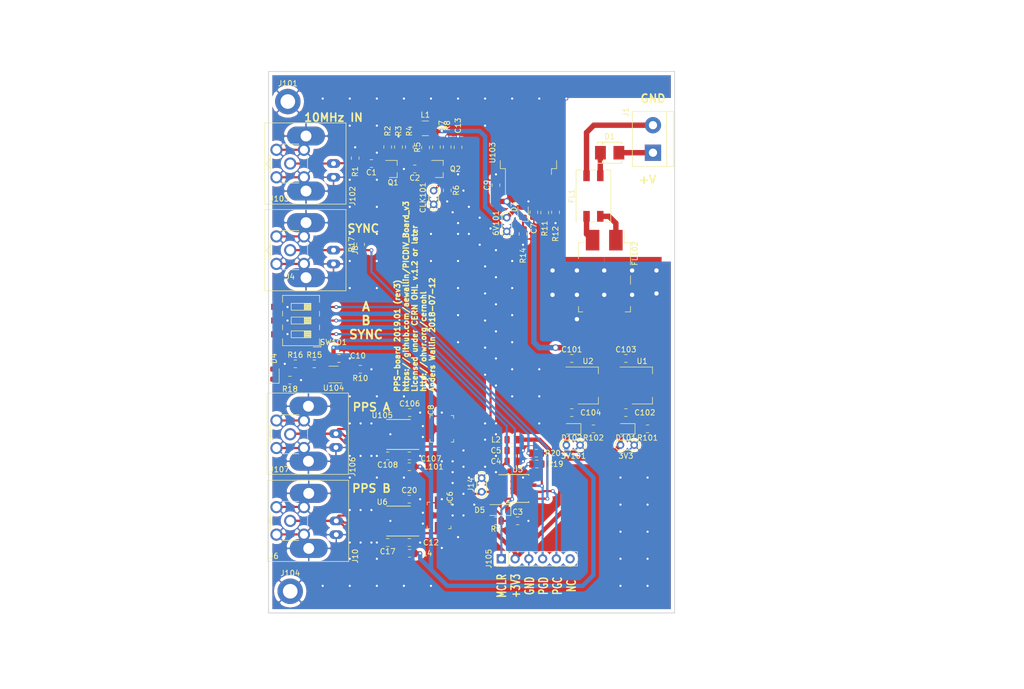
<source format=kicad_pcb>
(kicad_pcb (version 20240108) (generator "pcbnew") (generator_version "8.0")
  (title_block (title "PICDIV 10MHz to 1PPS frequency divider") (rev "2018-07") (company "anders.e.e.wallin \"at\" gmail.com") (comment 1 "2018-09-12 add MCLR diode"))
  (layers (0 "F.Cu" signal) (31 "B.Cu" signal) (34 "B.Paste" user) (35 "F.Paste" user) (36 "B.SilkS" user "B.Silkscreen") (37 "F.SilkS" user "F.Silkscreen") (38 "B.Mask" user) (39 "F.Mask" user) (44 "Edge.Cuts" user))
  (net 0 "")
  (net 1 "Net-(C1-Pad1)")
  (net 2 "Net-(C1-Pad2)")
  (net 3 "Net-(C2-Pad1)")
  (net 4 "Net-(C2-Pad2)")
  (net 5 "MCLR")
  (net 6 "GND")
  (net 7 "Net-(C4-Pad1)")
  (net 8 "+6V")
  (net 9 "PPS")
  (net 10 "Net-(D3-Pad1)")
  (net 11 "Net-(D4-Pad2)")
  (net 12 "Net-(D4-Pad1)")
  (net 13 "PGD")
  (net 14 "PGC")
  (net 15 "Net-(L1-Pad2)")
  (net 16 "CLK")
  (net 17 "Net-(R10-Pad2)")
  (net 18 "Net-(R11-Pad2)")
  (net 19 "Net-(R15-Pad1)")
  (net 20 "Net-(U6-Pad3)")
  (net 21 "Net-(U6-Pad6)")
  (net 22 "Net-(U6-Pad8)")
  (net 23 "Net-(U6-Pad9)")
  (net 24 "Net-(C13-Pad1)")
  (net 25 "Net-(C3-Pad1)")
  (net 26 "3V3_PIC")
  (net 27 "3V3_OUT")
  (net 28 "Net-(D101-Pad1)")
  (net 29 "Net-(D102-Pad1)")
  (net 30 "LDO_IN")
  (net 31 "/U6_3V3")
  (net 32 "Net-(U105-Pad9)")
  (net 33 "Net-(U105-Pad8)")
  (net 34 "Net-(U105-Pad6)")
  (net 35 "Net-(U105-Pad3)")
  (net 36 "Net-(J105-Pad6)")
  (net 37 "/w2")
  (net 38 "/w4")
  (net 39 "/w5")
  (net 40 "/w3")
  (net 41 "/w1")
  (net 42 "/sync")
  (net 43 "/B")
  (net 44 "/A")
  (net 45 "/PPS_B")
  (net 46 "/PPS_A")
  (net 47 "/U105_3V3")
  (footprint "awallinKiCadFootprints:DIODE_DO-214BA" (layer "F.Cu") (at 188 65)
    (property "Reference" "D1")
    (property "Value" "D")
  )
  (footprint "Connectors_Terminal_Blocks:TerminalBlock_bornier-2_P5.08mm" (layer "F.Cu") (at 196 65 90)
    (property "Reference" "J1")
    (property "Value" "DC-Input")
  )
  (footprint "TO_SOT_Packages_SMD:SOT-23" (layer "F.Cu") (at 148 68)
    (property "Reference" "Q1")
    (property "Value" "Q_PNP_BEC")
  )
  (footprint "TO_SOT_Packages_SMD:SOT-23" (layer "F.Cu") (at 156.5 68)
    (property "Reference" "Q2")
    (property "Value" "Q_PNP_BEC")
  )
  (footprint "Diodes_SMD:D_SOD-123" (layer "F.Cu") (at 167.5 131 180)
    (property "Reference" "D5")
    (property "Value" "1N4148")
  )
  (footprint "TestPoint:TestPoint_2Pads_Pitch2.54mm_Drill0.8mm" (layer "F.Cu") (at 164.365 127.635 90)
    (property "Reference" "J14")
    (property "Value" "TEST_1PPS")
  )
  (footprint "TestPoint:TestPoint_2Pads_Pitch2.54mm_Drill0.8mm" (layer "F.Cu") (at 155.5 72 -90)
    (property "Reference" "CLK101")
    (property "Value" "TEST_CLK")
  )
  (footprint "TestPoint:TestPoint_2Pads_Pitch2.54mm_Drill0.8mm" (layer "F.Cu") (at 169 77 -90)
    (property "Reference" "6V101")
    (property "Value" "TEST_6V")
  )
  (footprint "TestPoint:TestPoint_2Pads_Pitch2.54mm_Drill0.8mm" (layer "F.Cu") (at 190 119)
    (property "Reference" "3V3")
    (property "Value" "TEST_3V3")
  )
  (footprint "TestPoint:TestPoint_2Pads_Pitch2.54mm_Drill0.8mm" (layer "F.Cu") (at 180 119)
    (property "Reference" "3V101")
    (property "Value" "TEST_3V3")
  )
  (footprint "Resistor_SMD:R_0805_2012Metric" (layer "F.Cu") (at 178 76 -90)
    (property "Reference" "R12")
    (property "Value" "680R")
  )
  (footprint "Resistor_SMD:R_0805_2012Metric" (layer "F.Cu") (at 172 80 -90)
    (property "Reference" "R14")
    (property "Value" "200R")
  )
  (footprint "Resistor_SMD:R_0805_2012Metric" (layer "F.Cu") (at 133.45 104)
    (property "Reference" "R15")
    (property "Value" "1M")
  )
  (footprint "Resistor_SMD:R_0805_2012Metric" (layer "F.Cu") (at 129.95 104)
    (property "Reference" "R16")
    (property "Value" "523k")
  )
  (footprint "Resistor_SMD:R_0805_2012Metric" (layer "F.Cu") (at 142 81.95 90)
    (property "Reference" "R17")
    (property "Value" "50R")
  )
  (footprint "Resistor_SMD:R_0805_2012Metric" (layer "F.Cu") (at 128.95 107 180)
    (property "Reference" "R18")
    (property "Value" "100R")
  )
  (footprint "Resistor_SMD:R_0805_2012Metric" (layer "F.Cu") (at 174.55 122.5 180)
    (property "Reference" "R19")
    (property "Value" "10k")
  )
  (footprint "Resistor_SMD:R_0805_2012Metric" (layer "F.Cu") (at 174.45 120.5 180)
    (property "Reference" "R20")
    (property "Value" "10k")
  )
  (footprint "Resistor_SMD:R_0805_2012Metric" (layer "F.Cu") (at 195 116 180)
    (property "Reference" "R101")
    (property "Value" "82R")
  )
  (footprint "Resistor_SMD:R_0805_2012Metric" (layer "F.Cu") (at 185 116 180)
    (property "Reference" "R102")
    (property "Value" "82R")
  )
  (footprint "Resistor_SMD:R_0805_2012Metric" (layer "F.Cu") (at 167 133)
    (property "Reference" "R9")
    (property "Value" "3k3")
  )
  (footprint "Resistor_SMD:R_0805_2012Metric" (layer "F.Cu") (at 158 63.95 90)
    (property "Reference" "R8")
    (property "Value" "6k8")
  )
  (footprint "Resistor_SMD:R_0805_2012Metric" (layer "F.Cu") (at 156 63.95 -90)
    (property "Reference" "R7")
    (property "Value" "3k3")
  )
  (footprint "Resistor_SMD:R_0805_2012Metric" (layer "F.Cu") (at 158 71.95 -90)
    (property "Reference" "R6")
    (property "Value" "270R")
  )
  (footprint "Resistor_SMD:R_0805_2012Metric" (layer "F.Cu") (at 154 64.05 -90)
    (property "Reference" "R5")
    (property "Value" "220R")
  )
  (footprint "Resistor_SMD:R_0805_2012Metric" (layer "F.Cu") (at 151 63.95 -90)
    (property "Reference" "R4")
    (property "Value" "220R")
  )
  (footprint "Resistor_SMD:R_0805_2012Metric" (layer "F.Cu") (at 149 63.95 90)
    (property "Reference" "R3")
    (property "Value" "6k8")
  )
  (footprint "Resistor_SMD:R_0805_2012Metric" (layer "F.Cu") (at 147 63.95 -90)
    (property "Reference" "R2")
    (property "Value" "3k3")
  )
  (footprint "Resistor_SMD:R_0805_2012Metric" (layer "F.Cu") (at 141 66 90)
    (property "Reference" "R1")
    (property "Value" "49R9")
  )
  (footprint "Resistor_SMD:R_0805_2012Metric" (layer "F.Cu") (at 176 76.0625 -90)
    (property "Reference" "R11")
    (property "Value" "2k7")
  )
  (footprint "Resistor_SMD:R_0805_2012Metric" (layer "F.Cu") (at 141.95 105 180)
    (property "Reference" "R10")
    (property "Value" "300k")
  )
  (footprint "Package_TO_SOT_SMD:TSOT-23-6" (layer "F.Cu") (at 137.010001 105.989999 180)
    (property "Reference" "U104")
    (property "Value" "LTC6993xS6-1")
  )
  (footprint "Package_TO_SOT_SMD:TO-263-5_TabPin3" (layer "F.Cu") (at 173 65 90)
    (property "Reference" "U103")
    (property "Value" "LT1963AEQ")
  )
  (footprint "Package_SO:TSSOP-16_4.4x5mm_P0.65mm" (layer "F.Cu") (at 149 133 180)
    (property "Reference" "U6")
    (property "Value" "IDT5PB1108")
  )
  (footprint "Package_SO:TSSOP-16_4.4x5mm_P0.65mm" (layer "F.Cu") (at 149 117 180)
    (property "Reference" "U105")
    (property "Value" "IDT5PB1108")
  )
  (footprint "Package_SO:SOIC-8_3.9x4.9mm_P1.27mm" (layer "F.Cu") (at 171 127)
    (property "Reference" "U3")
    (property "Value" "PIC12F675")
  )
  (footprint "MountingHole:MountingHole_2.7mm_M2.5_DIN965_Pad" (layer "F.Cu") (at 128.56 55.55)
    (property "Reference" "J101")
    (property "Value" "MountingHole_M2.5")
  )
  (footprint "MountingHole:MountingHole_2.7mm_M2.5_DIN965_Pad" (layer "F.Cu") (at 129 146)
    (property "Reference" "J104")
    (property "Value" "MountingHole_M2.5")
  )
  (footprint "LED_SMD:LED_0805_2012Metric" (layer "F.Cu") (at 172 76 90)
    (property "Reference" "D3")
    (property "Value" "LED")
  )
  (footprint "LED_SMD:LED_0805_2012Metric" (layer "F.Cu") (at 191 116 180)
    (property "Reference" "D101")
    (property "Value" "LED")
  )
  (footprint "LED_SMD:LED_0805_2012Metric" (layer "F.Cu") (at 126 105.9 90)
    (property "Reference" "D4")
    (property "Value" "PPS_BLINK")
  )
  (footprint "LED_SMD:LED_0805_2012Metric" (layer "F.Cu") (at 181 116 180)
    (property "Reference" "D102")
    (property "Value" "LED")
  )
  (footprint "Inductor_SMD:L_1210_3225Metric" (layer "F.Cu") (at 153.95 60.5 180)
    (property "Reference" "L1")
    (property "Value" "100u (1210)")
  )
  (footprint "Inductor_SMD:L_0805_2012Metric" (layer "F.Cu") (at 170 118)
    (property "Reference" "L2")
    (property "Value" "2u2")
  )
  (footprint "Inductor_SMD:L_0805_2012Metric" (layer "F.Cu") (at 151.05 139)
    (property "Reference" "L4")
    (property "Value" "2u2")
  )
  (footprint "Inductor_SMD:L_0805_2012Metric" (layer "F.Cu") (at 151 123)
    (property "Reference" "L101")
    (property "Value" "2u2")
  )
  (footprint "Connector_PinHeader_2.54mm:PinHeader_1x06_P2.54mm_Vertical" (layer "F.Cu") (at 168 140 90)
    (property "Reference" "J105")
    (property "Value" "Conn_01x06")
  )
  (footprint "Connector_Coaxial:SMA_Molex_73251-2200_Horizontal" (layer "F.Cu") (at 129 67 90)
    (property "Reference" "J103")
    (property "Value" "Conn_Coaxial")
  )
  (footprint "Connector_Coaxial:SMA_Molex_73251-2200_Horizontal" (layer "F.Cu") (at 129 117 90)
    (property "Reference" "J107")
    (property "Value" "PPS_A")
  )
  (footprint "Connector_Coaxial:SMA_Molex_73251-2200_Horizontal" (layer "F.Cu") (at 129 83 90)
    (property "Reference" "J4")
    (property "Value" "SYNC")
  )
  (footprint "Connector_Coaxial:SMA_Molex_73251-2200_Horizontal" (layer "F.Cu") (at 129 133 90)
    (property "Reference" "J6")
    (property "Value" "PPS_B")
  )
  (footprint "Connector_Coaxial:BNC_Amphenol_B6252HB-NPP3G-50_Horizontal" (layer "F.Cu") (at 137.5 133 90)
    (property "Reference" "J10")
    (property "Value" "PPS_B")
  )
  (footprint "Connector_Coaxial:BNC_Amphenol_B6252HB-NPP3G-50_Horizontal" (layer "F.Cu") (at 137 67 90)
    (property "Reference" "J102")
    (property "Value" "Conn_Coaxial")
  )
  (footprint "Connector_Coaxial:BNC_Amphenol_B6252HB-NPP3G-50_Horizontal" (layer "F.Cu") (at 137 83 90)
    (property "Reference" "J8")
    (property "Value" "SYNC")
  )
  (footprint "Capacitor_SMD:C_0805_2012Metric" (layer "F.Cu") (at 152 68 180)
    (property "Reference" "C2")
    (property "Value" "100n")
  )
  (footprint "Capacitor_SMD:C_0805_2012Metric" (layer "F.Cu") (at 147 121 180)
    (property "Reference" "C108")
    (property "Value" "100n")
  )
  (footprint "Capacitor_SMD:C_0805_2012Metric" (layer "F.Cu") (at 151 121)
    (property "Reference" "C107")
    (property "Value" "100n")
  )
  (footprint "Capacitor_SMD:C_0805_2012Metric" (layer "F.Cu") (at 151.0625 113)
    (property "Reference" "C106")
    (property "Value" "100n")
  )
  (footprint "Capacitor_SMD:C_0805_2012Metric" (layer "F.Cu") (at 181 113)
    (property "Reference" "C104")
    (property "Value" "10u")
  )
  (footprint "Capacitor_SMD:C_0805_2012Metric" (layer "F.Cu") (at 191 103)
    (property "Reference" "C103")
    (property "Value" "10u")
  )
  (footprint "Capacitor_SMD:C_0805_2012Metric" (layer "F.Cu") (at 191 113)
    (property "Reference" "C102")
    (property "Value" "10u")
  )
  (footprint "Capacitor_SMD:C_0805_2012Metric" (layer "F.Cu") (at 181 103)
    (property "Reference" "C101")
    (property "Value" "10u")
  )
  (footprint "Capacitor_SMD:C_0805_2012Metric" (layer "F.Cu") (at 151 129)
    (property "Reference" "C20")
    (property "Value" "100n")
  )
  (footprint "Capacitor_SMD:C_0805_2012Metric" (layer "F.Cu") (at 147 137 180)
    (property "Reference" "C17")
    (property "Value" "100n")
  )
  (footprint "Capacitor_SMD:C_0805_2012Metric" (layer "F.Cu") (at 160 64 90)
    (property "Reference" "C13")
    (property "Value" "10n")
  )
  (footprint "Capacitor_SMD:C_0805_2012Metric" (layer "F.Cu") (at 151 137)
    (property "Reference" "C12")
    (property "Value" "100n")
  )
  (footprint "Capacitor_SMD:C_0805_2012Metric" (layer "F.Cu") (at 138 103)
    (property "Reference" "C10")
    (property "Value" "C")
  )
  (footprint "Capacitor_SMD:C_0805_2012Metric" (layer "F.Cu") (at 167 71 90)
    (property "Reference" "C9")
    (property "Value" "10u")
  )
  (footprint "Capacitor_SMD:C_0805_2012Metric" (layer "F.Cu") (at 144 67 180)
    (property "Reference" "C1")
    (property "Value" "10n")
  )
  (footprint "Capacitor_SMD:C_0805_2012Metric" (layer "F.Cu") (at 174 76 90)
    (property "Reference" "C7")
    (property "Value" "10u")
  )
  (footprint "Capacitor_SMD:C_0805_2012Metric" (layer "F.Cu") (at 170 120)
    (property "Reference" "C5")
    (property "Value" "10u")
  )
  (footprint "Capacitor_SMD:C_0805_2012Metric" (layer "F.Cu") (at 170 122)
    (property "Reference" "C4")
    (property "Value" "100n")
  )
  (footprint "Capacitor_SMD:C_0805_2012Metric" (layer "F.Cu") (at 171 133)
    (property "Reference" "C3")
    (property "Value" "C")
  )
  (footprint "Button_Switch_SMD:SW_DIP_SPSTx03_Slide_6.7x9.18mm_W8.61mm_P2.54mm_LowProfile" (layer "F.Cu") (at 131 96 180)
    (property "Reference" "SW101")
    (property "Value" "SW_DIP_x03")
  )
  (footprint "Filter:Filter_Murata_BNX025_ThermalVias" (layer "F.Cu") (at 187 88 -90)
    (property "Reference" "FL102")
    (property "Value" "BNX025")
  )
  (footprint "Connector_Coaxial:BNC_Amphenol_B6252HB-NPP3G-50_Horizontal" (layer "F.Cu") (at 137.44958 116.89968 90)
    (property "Reference" "J106")
    (property "Value" "PPS_A")
  )
  (footprint "Capacitor_SMD:C_Trimmer_Murata_TZB4-A" (layer "F.Cu") (at 156.5 132 -90)
    (property "Reference" "C6")
    (property "Value" "C_Trim")
  )
  (footprint "Capacitor_SMD:C_Trimmer_Murata_TZB4-A" (layer "F.Cu") (at 157 116 90)
    (property "Reference" "C8")
    (property "Value" "C_Trim")
  )
  (footprint "Filter:Filter_Bourns_SRF0905_6.0x9.2mm" (layer "F.Cu") (at 185 73 90)
    (property "Reference" "FL1")
    (property "Value" "Filter_EMI_LL_1423")
  )
  (footprint "Package_TO_SOT_SMD:SOT-223-3_TabPin2" (layer "F.Cu") (at 194 108)
    (property "Reference" "U1")
    (property "Value" "LT1963AxST-3.3")
  )
  (footprint "Package_TO_SOT_SMD:SOT-223-3_TabPin2" (layer "F.Cu") (at 184 108)
    (property "Reference" "U2")
    (property "Value" "LT1963AxST-3.3")
  )
  (gr_line (start 125 150) (end 125 50) (stroke (width 0.15)) (layer "Edge.Cuts"))
  (gr_line (start 125 50) (end 200 50) (stroke (width 0.15)) (layer "Edge.Cuts"))
  (gr_line (start 200 150) (end 125 150) (stroke (width 0.15)) (layer "Edge.Cuts"))
  (gr_line (start 200 50) (end 200 150) (stroke (width 0.15)) (layer "Edge.Cuts"))
  (gr_text "PPS B" (at 144 127 0) (layer "F.SilkS") (effects (font (size 1.5 1.5) (thickness 0.3))))
  (gr_text "10MHz IN" (at 137 58.5 0) (layer "F.SilkS") (effects (font (size 1.5 1.5) (thickness 0.3))))
  (gr_text "SYNC" (at 142.5 79 0) (layer "F.SilkS") (effects (font (size 1.5 1.5) (thickness 0.3))))
  (gr_text "GND" (at 196 55 0) (layer "F.SilkS") (effects (font (size 1.5 1.5) (thickness 0.3))))
  (gr_text "PPS-board 2019.01 (rev3)\nhttps://github.com/aewallin/PICDIV_Board_v3\nLicensed under CERN OHL v.1.2 or later\nhttp://ohwr.org/cernohl\nAnders Wallin 2018-07-12" (at 152 109.3 90) (layer "F.SilkS") (effects (font (size 1 1) (thickness 0.25)) (justify left)))
  (gr_text "+V" (at 195 70 0) (layer "F.SilkS") (effects (font (size 1.5 1.5) (thickness 0.3))))
  (gr_text "MCLR\n+3V3\nGND\nPGD\nPGC\nNC" (at 174.5 145 90) (layer "F.SilkS") (effects (font (size 1.6 1.1) (thickness 0.25))))
  (gr_text "A\nB\nSYNC" (at 143 96 0) (layer "F.SilkS") (effects (font (size 1.6 1.6) (thickness 0.35))))
  (gr_text "PPS A" (at 144 112 0) (layer "F.SilkS") (effects (font (size 1.5 1.5) (thickness 0.3))))
  (segment (start 145 67) (end 146.95 67) (width 0.4) (layer "F.Cu") (net 1))
  (segment (start 147 64.9) (end 149 64.9) (width 0.4) (layer "F.Cu") (net 1))
  (segment (start 147 67.05) (end 147 64.9) (width 0.4) (layer "F.Cu") (net 1))
  (segment (start 146.95 67) (end 147 67.05) (width 0.4) (layer "F.Cu") (net 1))
  (segment (start 141 66.9375) (end 137.0625 66.9375) (width 0.4) (layer "F.Cu") (net 2))
  (segment (start 140.95 67) (end 141 66.95) (width 0.4) (layer "F.Cu") (net 2))
  (segment (start 137.0625 66.9375) (end 137 67) (width 0.4) (layer "F.Cu") (net 2))
  (segment (start 141 66.95) (end 142.95 66.95) (width 0.4) (layer "F.Cu") (net 2))
  (segment (start 137 67) (end 129 67) (width 0.4) (layer "F.Cu") (net 2))
  (segment (start 142.95 66.95) (end 143 67) (width 0.4) (layer "F.Cu") (net 2))
  (segment (start 153 68) (end 154 68) (width 0.4) (layer "F.Cu") (net 3))
  (segment (start 154 65) (end 154 68) (width 0.4) (layer "F.Cu") (net 3))
  (segment (start 153.95 68.95) (end 153 68) (width 0.4) (layer "F.Cu") (net 3))
  (segment (start 155.5 68.95) (end 153.95 68.95) (width 0.4) (layer "F.Cu") (net 3))
  (segment (start 147.5 69.45) (end 147 68.95) (width 0.4) (layer "F.Cu") (net 4))
  (segment (start 151 68) (end 151 69.025) (width 0.4) (layer "F.Cu") (net 4))
  (segment (start 147.5 69.5) (end 147.5 69.45) (width 0.4) (layer "F.Cu") (net 4))
  (segment (start 150.525 69.5) (end 147.5 69.5) (width 0.4) (layer "F.Cu") (net 4))
  (segment (start 151 69.025) (end 150.525 69.5) (width 0.4) (layer "F.Cu") (net 4))
  (segment (start 151 64.9) (end 151 68) (width 0.4) (layer "F.Cu") (net 4))
  (segment (start 169.905 128.905) (end 170 129) (width 0.4) (layer "F.Cu") (net 5))
  (segment (start 135.345 98.5) (end 135.305 98.54) (width 0.4) (layer "F.Cu") (net 5))
  (segment (start 137.5 98.5) (end 135.345 98.5) (width 0.4) (layer "F.Cu") (net 5))
  (segment (start 169.15 129.755) (end 168.3 128.905) (width 0.4) (layer "F.Cu") (net 5))
  (segment (start 169.15 131) (end 169.15 129.755) (width 0.4) (layer "F.Cu") (net 5))
  (segment (start 168.3 128.905) (end 169.905 128.905) (width 0.4) (layer "F.Cu") (net 5))
  (via (at 170 129) (size 0.7) (drill 0.4) (layers "F.Cu" "B.Cu") (net 5))
  (via (at 137.5 98.5) (size 0.7) (drill 0.4) (layers "F.Cu" "B.Cu") (net 5))
  (segment (start 147.5 98.5) (end 137.5 98.5) (width 0.4) (layer "B.Cu") (net 5))
  (segment (start 170 129) (end 170 123.348542) (width 0.4) (layer "B.Cu") (net 5))
  (segment (start 169 122.348542) (end 169 115.5) (width 0.4) (layer "B.Cu") (net 5))
  (segment (start 168 140) (end 168 131) (width 0.4) (layer "B.Cu") (net 5))
  (segment (start 152 98.5) (end 147.5 98.5) (width 0.4) (layer "B.Cu") (net 5))
  (segment (start 168 131) (end 170 129) (width 0.4) (layer "B.Cu") (net 5))
  (segment (start 170 123.348542) (end 169 122.348542) (width 0.4) (layer "B.Cu") (net 5))
  (segment (start 169 115.5) (end 152 98.5) (width 0.4) (layer "B.Cu") (net 5))
  (segment (start 172 125) (end 173.605 125) (width 0.4) (layer "F.Cu") (net 6))
  (segment (start 142.8875 106.08752) (end 142.8875 105) (width 0.4) (layer "F.Cu") (net 6))
  (segment (start 173 70.775) (end 173 61.625) (width 0.4) (layer "F.Cu") (net 6))
  (segment (start 132.04 114.46) (end 126.96 114.46) (width 0.4) (layer "F.Cu") (net 6))
  (segment (start 146.05 132.675) (end 147.175 132.675) (width 0.4) (layer "F.Cu") (net 6))
  (segment (start 149 68) (end 150 68) (width 0.4) (layer "F.Cu") (net 6))
  (segment (start 139.330001 105.989999) (end 139.440012 106.10001) (width 0.4) (layer "F.Cu") (net 6))
  (segment (start 151.95 117.325) (end 153.325 117.325) (width 0.4) (layer "F.Cu") (net 6))
  (segment (start 153.325 117.325) (end 153.5 117.5) (width 0.4) (layer "F.Cu") (net 6))
  (segment (start 146.05 116.675) (end 147.175 116.675) (width 0.4) (layer "F.Cu") (net 6))
  (segment (start 132.04 121.80086) (end 132.2366 121.99746) (width 0.4) (layer "F.Cu") (net 6))
  (segment (start 147.175 116.675) (end 147.5 117) (width 0.4) (layer "F.Cu") (net 6))
  (segment (start 132.04 114.46) (end 132.04 111.99596) (width 0.4) (layer "F.Cu") (net 6))
  (segment (start 139.440012 106.10001) (end 142.89999 106.10001) (width 0.4) (layer "F.Cu") (net 6))
  (segment (start 138.320001 105.989999) (end 139.330001 105.989999) (width 0.4) (layer "F.Cu") (net 6))
  (segment (start 153.375 115.375) (end 153.5 115.5) (width 0.4) (layer "F.Cu") (net 6))
  (segment (start 173.605 125) (end 173.7 125.095) (width 0.4) (layer "F.Cu") (net 6))
  (segment (start 147.175 132.675) (end 147.5 133) (width 0.4) (layer "F.Cu") (net 6))
  (segment (start 131.54 69.54) (end 126.46 69.54) (width 0.4) (layer "F.Cu") (net 6))
  (segment (start 132.08 130.42) (end 127 130.42) (width 0.4) (layer "F.Cu") (net 6))
  (segment (start 172 125) (end 172 125) (width 0.4) (layer "F.Cu") (net 6))
  (segment (start 129.602528 80.46) (end 126.46 80.46) (width 0.4) (layer "F.Cu") (net 6))
  (segment (start 130.142528 135.5) (end 127 135.5) (width 0.4) (layer "F.Cu") (net 6))
  (segment (start 132.04 111.99596) (end 132.2366 111.79936) (width 0.4) (layer "F.Cu") (net 6))
  (segment (start 151.95 115.375) (end 153.375 115.375) (width 0.4) (layer "F.Cu") (net 6))
  (segment (start 142.89999 106.10001) (end 142.8875 106.08752) (width 0.4) (layer "F.Cu") (net 6))
  (segment (start 151.95 131.375) (end 153.375 131.375) (width 0.4) (layer "F.Cu") (net 6))
  (segment (start 130.102528 119.54) (end 126.96 119.54) (width 0.4) (layer "F.Cu") (net 6))
  (segment (start 132.04 119.54) (end 130.102528 119.54) (width 0.4) (layer "F.Cu") (net 6))
  (segment (start 132.08 135.5) (end 130.142528 135.5) (width 0.4) (layer "F.Cu") (net 6))
  (segment (start 129.602528 85.54) (end 126.46 85.54) (width 0.4) (layer "F.Cu") (net 6))
  (segment (start 173 74) (end 173 70.775) (width 0.4) (layer "F.Cu") (net 6))
  (segment (start 153.325 133.325) (end 153.5 133.5) (width 0.4) (layer "F.Cu") (net 6))
  (segment (start 131.54 80.46) (end 129.602528 80.46) (width 0.4) (layer "F.Cu") (net 6))
  (segment (start 151.95 133.325) (end 153.325 133.325) (width 0.4) (layer "F.Cu") (net 6))
  (segment (start 153.375 131.375) (end 153.5 131.5) (width 0.4) (layer "F.Cu") (net 6))
  (segment (start 131.54 85.54) (end 129.602528 85.54) (width 0.4) (layer "F.Cu") (net 6))
  (segment (start 131.54 64.46) (end 126.46 64.46) (width 0.4) (layer "F.Cu") (net 6))
  (segment (start 132.04 119.54) (end 132.04 121.80086) (width 0.4) (layer "F.Cu") (net 6))
  (via (at 142 131) (size 0.7) (drill 0.4) (layers "F.Cu" "B.Cu") (net 6))
  (via (at 144 131) (size 0.7) (drill 0.4) (layers "F.Cu" "B.Cu") (net 6))
  (via (at 144 137) (size 0.7) (drill 0.4) (layers "F.Cu" "B.Cu") (net 6))
  (via (at 142 137) (size 0.7) (drill 0.4) (layers "F.Cu" "B.Cu") (net 6))
  (via (at 140 137) (size 0.7) (drill 0.4) (layers "F.Cu" "B.Cu") (net 6))
  (via (at 144 121) (size 0.7) (drill 0.4) (layers "F.Cu" "B.Cu") (net 6))
  (via (at 142 121) (size 0.7) (drill 0.4) (layers "F.Cu" "B.Cu") (net 6))
  (via (at 140 121) (size 0.7) (drill 0.4) (layers "F.Cu" "B.Cu") (net 6))
  (via (at 140 115) (size 0.7) (drill 0.4) (layers "F.Cu" "B.Cu") (net 6))
  (via (at 142 115) (size 0.7) (drill 0.4) (layers "F.Cu" "B.Cu") (net 6))
  (via (at 144 115) (size 0.7) (drill 0.4) (layers "F.Cu" "B.Cu") (net 6))
  (via (at 161 128) (size 0.7) (drill 0.4) (layers "F.Cu" "B.Cu") (net 6))
  (via (at 159 126) (size 0.7) (drill 0.4) (layers "F.Cu" "B.Cu") (net 6))
  (via (at 159 124) (size 0.7) (drill 0.4) (layers "F.Cu" "B.Cu") (net 6))
  (via (at 159 122) (size 0.7) (drill 0.4) (layers "F.Cu" "B.Cu") (net 6))
  (via (at 159 130) (size 0.7) (drill 0.4) (layers "F.Cu" "B.Cu") (net 6))
  (via (at 159 132) (size 0.7) (drill 0.4) (layers "F.Cu" "B.Cu") (net 6))
  (via (at 161 132) (size 0.7) (drill 0.4) (layers "F.Cu" "B.Cu") (net 6))
  (via (at 163 130) (size 0.7) (drill 0.4) (layers "F.Cu" "B.Cu") (net 6))
  (via (at 162 125) (size 0.7) (drill 0.4) (layers "F.Cu" "B.Cu") (net 6))
  (via (at 161 123) (size 0.7) (drill 0.4) (layers "F.Cu" "B.Cu") (net 6))
  (via (at 161 120) (size 0.7) (drill 0.4) (layers "F.Cu" "B.Cu") (net 6))
  (via (at 160 136) (size 0.7) (drill 0.4) (layers "F.Cu" "B.Cu") (net 6))
  (via (at 157 138) (size 0.7) (drill 0.4) (layers "F.Cu" "B.Cu") (net 6))
  (via (at 157 122) (size 0.7) (drill 0.4) (layers "F.Cu" "B.Cu") (net 6))
  (via (at 165 123) (size 0.7) (drill 0.4) (layers "F.Cu" "B.Cu") (net 6))
  (via (at 165 118) (size 0.7) (drill 0.4) (layers "F.Cu" "B.Cu") (net 6))
  (via (at 165 115) (size 0.7) (drill 0.4) (layers "F.Cu" "B.Cu") (net 6))
  (via (at 167 117) (size 0.7) (drill 0.4) (layers "F.Cu" "B.Cu") (net 6))
  (via (at 167 121) (size 0.7) (drill 0.4) (layers "F.Cu" "B.Cu") (net 6))
  (via (at 167 124) (size 0.7) (drill 0.4) (layers "F.Cu" "B.Cu") (net 6))
  (via (at 173 133) (size 0.7) (drill 0.4) (layers "F.Cu" "B.Cu") (net 6))
  (via (at 150 125) (size 0.7) (drill 0.4) (layers "F.Cu" "B.Cu") (net 6))
  (via (at 175 110) (size 0.7) (drill 0.4) (layers "F.Cu" "B.Cu") (net 6))
  (via (at 190 125) (size 0.7) (drill 0.4) (layers "F.Cu" "B.Cu") (net 6))
  (via (at 167 103) (size 0.7) (drill 0.4) (layers "F.Cu" "B.Cu") (net 6))
  (via (at 135 55) (size 0.7) (drill 0.4) (layers "F.Cu" "B.Cu") (net 6))
  (via (at 157 129) (size 0.7) (drill 0.4) (layers "F.Cu" "B.Cu") (net 6))
  (via (at 178 78) (size 0.7) (drill 0.4) (layers "F.Cu" "B.Cu") (net 6))
  (via (at 170 55) (size 0.7) (drill 0.4) (layers "F.Cu" "B.Cu") (net 6))
  (via (at 167 108) (size 0.7) (drill 0.4) (layers "F.Cu" "B.Cu") (net 6))
  (via (at 161 72) (size 0.7) (drill 0.4) (layers "F.Cu" "B.Cu") (net 6))
  (via (at 170 105) (size 0.7) (drill 0.4) (layers "F.Cu" "B.Cu") (net 6))
  (via (at 195 135) (size 0.7) (drill 0.4) (layers "F.Cu" "B.Cu") (net 6))
  (via (at 149 62) (size 0.7) (drill 0.4) (layers "F.Cu" "B.Cu") (net 6))
  (via (at 131 107) (size 0.7) (drill 0.4) (layers "F.Cu" "B.Cu") (net 6))
  (via (at 170 95) (size 0.7) (drill 0.4) (layers "F.Cu" "B.Cu") (net 6))
  (via (at 160 85) (size 0.7) (drill 0.4) (layers "F.Cu" "B.Cu") (net 6))
  (via (at 172 125) (size 0.7) (drill 0.4) (layers "F.Cu" "B.Cu") (net 6))
  (via (at 140 75) (size 0.7) (drill 0.4) (layers "F.Cu" "B.Cu") (net 6))
  (via (at 145 125) (size 0.7) (drill 0.4) (layers "F.Cu" "B.Cu") (net 6))
  (via (at 164 77) (size 0.7) (drill 0.4) (layers "F.Cu" "B.Cu") (net 6))
  (via (at 167 69) (size 0.7) (drill 0.4) (layers "F.Cu" "B.Cu") (net 6))
  (via (at 160 55) (size 0.7) (drill 0.4) (layers "F.Cu" "B.Cu") (net 6))
  (via (at 128.5 93.5) (size 0.7) (drill 0.4) (layers "F.Cu" "B.Cu") (net 6))
  (via (at 175 105) (size 0.7) (drill 0.4) (layers "F.Cu" "B.Cu") (net 6))
  (via (at 144 105) (size 0.7) (drill 0.4) (layers "F.Cu" "B.Cu") (net 6))
  (via (at 170 90) (size 0.7) (drill 0.4) (layers "F.Cu" "B.Cu") (net 6))
  (via (at 150 55) (size 0.7) (drill 0.4) (layers "F.Cu" "B.Cu") (net 6))
  (via (at 165 101) (size 0.7) (drill 0.4) (layers "F.Cu" "B.Cu") (net 6))
  (via (at 145 75) (size 0.7) (drill 0.4) (layers "F.Cu" "B.Cu") (net 6))
  (via (at 155 85) (size 0.7) (drill 0.4) (layers "F.Cu" "B.Cu") (net 6))
  (via (at 141 64) (size 0.7) (drill 0.4) (layers "F.Cu" "B.Cu") (net 6))
  (via (at 165 96) (size 0.7) (drill 0.4) (layers "F.Cu" "B.Cu") (net 6))
  (via (at 135 145) (size 0.7) (drill 0.4) (layers "F.Cu" "B.Cu") (net 6))
  (via (at 147.5 117) (size 0.7) (drill 0.4) (layers "F.Cu" "B.Cu") (net 6))
  (via (at 140 70) (size 0.7) (drill 0.4) (layers "F.Cu" "B.Cu") (net 6))
  (via (at 195 140) (size 0.7) (drill 0.4) (layers "F.Cu" "B.Cu") (net 6))
  (via (at 128.5 96) (size 0.7) (drill 0.4) (layers "F.Cu" "B.Cu") (net 6))
  (via (at 195 125) (size 0.7) (drill 0.4) (layers "F.Cu" "B.Cu") (net 6))
  (via (at 170 85) (size 0.7) (drill 0.4) (layers "F.Cu" "B.Cu") (net 6))
  (via (at 173 74) (size 0.7) (drill 0.4) (layers "F.Cu" "B.Cu") (net 6))
  (via (at 190 135) (size 0.7) (drill 0.4) (layers "F.Cu" "B.Cu") (net 6))
  (via (at 155 80) (size 0.7) (drill 0.4) (layers "F.Cu" "B.Cu") (net 6))
  (via (at 140 131) (size 0.7) (drill 0.4) (layers "F.Cu" "B.Cu") (net 6))
  (via (at 157 113) (size 0.7) (drill 0.4) (layers "F.Cu" "B.Cu") (net 6))
  (via (at 155 55) (size 0.7) (drill 0.4) (layers "F.Cu" "B.Cu") (net 6))
  (via (at 150 145) (size 0.7) (drill 0.4) (layers "F.Cu" "B.Cu") (net 6))
  (via (at 145 55) (size 0.7) (drill 0.4) (layers "F.Cu" "B.Cu") (net 6))
  (via (at 195 145) (size 0.7) (drill 0.4) (layers "F.Cu" "B.Cu") (net 6))
  (via (at 128 104) (size 0.7) (drill 0.4) (layers "F.Cu" "B.Cu") (net 6))
  (via (at 165 86) (size 0.7) (drill 0.4) (layers "F.Cu" "B.Cu") (net 6))
  (via (at 145 65) (size 0.7) (drill 0.4) (layers "F.Cu" "B.Cu") (net 6))
  (via (at 145 90) (size 0.7) (drill 0.4) (layers "F.Cu" "B.Cu") (net 6))
  (via (at 145 145) (size 0.7) (drill 0.4) (layers "F.Cu" "B.Cu") (net 6))
  (via (at 162 75) (size 0.7) (drill 0.4) (layers "F.Cu" "B.Cu") (net 6))
  (via (at 172 120) (size 0.7) (drill 0.4) (layers "F.Cu" "B.Cu") (net 6))
  (via (at 145 140) (size 0.7) (drill 0.4) (layers "F.Cu" "B.Cu") (net 6))
  (via (at 145 137) (size 0.7) (drill 0.4) (layers "F.Cu" "B.Cu") (net 6))
  (via (at 150 80) (size 0.7) (drill 0.4) (layers "F.Cu" "B.Cu") (net 6))
  (via (at 175 55) (size 0.7) (drill 0.4) (layers "F.Cu" "B.Cu") (net 6))
  (via (at 140 60) (size 0.7) (drill 0.4) (layers "F.Cu" "B.Cu") (net 6))
  (via (at 165 106) (size 0.7) (drill 0.4) (layers "F.Cu" "B.Cu") (net 6))
  (via (at 145 121) (size 0.7) (drill 0.4) (layers "F.Cu" "B.Cu") (net 6))
  (via (at 153.5 117.5) (size 0.7) (drill 0.4) (layers "F.Cu" "B.Cu") (net 6))
  (via (at 172 82) (size 0.7) (drill 0.4) (layers "F.Cu" "B.Cu") (net 6))
  (via (at 145 85) (size 0.7) (drill 0.4) (layers "F.Cu" "B.Cu") (net 6))
  (via (at 140 55) (size 0.7) (drill 0.4) (layers "F.Cu" "B.Cu") (net 6))
  (via (at 140 110) (size 0.7) (drill 0.4) (layers "F.Cu" "B.Cu") (net 6))
  (via (at 172 122) (size 0.7) (drill 0.4) (layers "F.Cu" "B.Cu") (net 6))
  (via (at 160 90) (size 0.7) (drill 0.4) (layers "F.Cu" "B.Cu") (net 6))
  (via (at 153 113) (size 0.7) (drill 0.4) (layers "F.Cu" "B.Cu") (net 6))
  (via (at 140 125) (size 0.7) (drill 0.4) (layers "F.Cu" "B.Cu") (net 6))
  (via (at 190 145) (size 0.7) (drill 0.4) (layers "F.Cu" "B.Cu") (net 6))
  (via (at 160 62) (size 0.7) (drill 0.4) (layers "F.Cu" "B.Cu") (net 6))
  (via (at 155 145) (size 0.7) (drill 0.4) (layers "F.Cu" "B.Cu") (net 6))
  (via (at 140 103) (size 0.7) (drill 0.4) (layers "F.Cu" "B.Cu") (net 6))
  (via (at 190 130) (size 0.7) (drill 0.4) (layers "F.Cu" "B.Cu") (net 6))
  (via (at 153.5 133.5) (size 0.7) (drill 0.4) (layers "F.Cu" "B.Cu") (net 6))
  (via (at 140 85) (size 0.7) (drill 0.4) (layers "F.Cu" "B.Cu") (net 6))
  (via (at 153.5 131.5) (size 0.7) (drill 0.4) (layers "F.Cu" "B.Cu") (net 6))
  (via (at 145 70) (size 0.7) (drill 0.4) (layers "F.Cu" "B.Cu") (net 6))
  (via (at 160 78) (size 0.7) (drill 0.4) (layers "F.Cu" "B.Cu") (net 6))
  (via (at 145 80) (size 0.7) (drill 0.4) (layers "F.Cu" "B.Cu") (net 6))
  (via (at 167 98) (size 0.7) (drill 0.4) (layers "F.Cu" "B.Cu") (net 6))
  (via (at 140 90) (size 0.7) (drill 0.4) (layers "F.Cu" "B.Cu") (net 6))
  (via (at 128.5 98.5) (size 0.7) (drill 0.4) (layers "F.Cu" "B.Cu") (net 6))
  (via (at 145 110) (size 0.7) (drill 0.4) (layers "F.Cu" "B.Cu") (net 6))
  (via (at 167 93) (size 0.7) (drill 0.4) (layers "F.Cu" "B.Cu") (net 6))
  (via (at 159 76) (size 0.7) (drill 0.4) (layers "F.Cu" "B.Cu") (net 6))
  (via (at 167 115) (size 0.7) (drill 0.4) (layers "F.Cu" "B.Cu") (net 6))
  (via (at 160 80) (size 0.7) (drill 0.4) (layers "F.Cu" "B.Cu") (net 6))
  (via (at 167 88) (size 0.7) (drill 0.4) (layers "F.Cu" "B.Cu") (net 6))
  (via (at 170 100) (size 0.7) (drill 0.4) (layers "F.Cu" "B.Cu") (net 6))
  (via (at 150 110) (size 0.7) (drill 0.4) (layers "F.Cu" "B.Cu") (net 6))
  (via (at 167 83) (size 0.7) (drill 0.4) (layers "F.Cu" "B.Cu") (net 6))
  (via (at 158 74) (size 0.7) (drill 0.4) (layers "F.Cu" "B.Cu") (net 6))
  (via (at 162 80) (size 0.7) (drill 0.4) (layers "F.Cu" "B.Cu") (net 6))
  (via (at 166 79) (size 0.7) (drill 0.4) (layers "F.Cu" "B.Cu") (net 6))
  (via (at 164 82) (size 0.7) (drill 0.4) (layers "F.Cu" "B.Cu") (net 6))
  (via (at 153.5 115.5) (size 0.7) (drill 0.4) (layers "F.Cu" "B.Cu") (net 6))
  (via (at 190 140) (size 0.7) (drill 0.4) (layers "F.Cu" "B.Cu") (net 6))
  (via (at 158 62) (size 0.7) (drill 0.4) (layers "F.Cu" "B.Cu") (net 6))
  (via (at 140 80) (size 0.7) (drill 0.4) (layers "F.Cu" "B.Cu") (net 6))
  (via (at 153 121) (size 0.7) (drill 0.4) (layers "F.Cu" "B.Cu") (net 6))
  (via (at 160 69) (size 0.7) (drill 0.4) (layers "F.Cu" "B.Cu") (net 6))
  (via (at 153 137) (size 0.7) (drill 0.4) (layers "F.Cu" "B.Cu") (net 6))
  (via (at 140 145) (size 0.7) (drill 0.4) (layers "F.Cu" "B.Cu") (net 6))
  (via (at 165 55) (size 0.7) (drill 0.4) (layers "F.Cu" "B.Cu") (net 6))
  (via (at 165 91) (size 0.7) (drill 0.4) (layers "F.Cu" "B.Cu") (net 6))
  (via (at 170 110) (size 0.7) (drill 0.4) (layers "F.Cu" "B.Cu") (net 6))
  (via (at 195 130) (size 0.7) (drill 0.4) (layers "F.Cu" "B.Cu") (net 6))
  (via (at 165 60) (size 0.7) (drill 0.4) (layers "F.Cu" "B.Cu") (net 6))
  (via (at 140 140) (size 0.7) (drill 0.4) (layers "F.Cu" "B.Cu") (net 6))
  (via (at 160 100) (size 0.7) (drill 0.4) (layers "F.Cu" "B.Cu") (net 6))
  (via (at 175 115) (size 0.7) (drill 0.4) (layers "F.Cu" "B.Cu") (net 6))
  (via (at 160 95) (size 0.7) (drill 0.4) (layers "F.Cu" "B.Cu") (net 6))
  (via (at 153 129) (size 0.7) (drill 0.4) (layers "F.Cu" "B.Cu") (net 6))
  (via (at 180 55) (size 0.7) (drill 0.4) (layers "F.Cu" "B.Cu") (net 6))
  (via (at 145 60) (size 0.7) (drill 0.4) (layers "F.Cu" "B.Cu") (net 6))
  (via (at 147.5 133) (size 0.7) (drill 0.4) (layers "F.Cu" "B.Cu") (net 6))
  (via (at 150 68) (size 0.7) (drill 0.4) (layers "F.Cu" "B.Cu") (net 6))
  (segment (start 169 122) (end 169 120) (width 0.4) (layer "F.Cu") (net 7))
  (segment (start 169.0625 120) (end 169.0625 118) (width 0.4) (layer "F.Cu") (net 7))
  (segment (start 168.3 125.095) (end 168.3 122.7) (width 0.4) (layer "F.Cu") (net 7))
  (segment (start 168.3 122.7) (end 169 122) (width 0.4) (layer "F.Cu") (net 7))
  (segment (start 174.7 73.825) (end 174.7 70.775) (width 0.8) (layer "F.Cu") (net 8))
  (segment (start 156 63) (end 156 61.1) (width 0.8) (layer "F.Cu") (net 8))
  (segment (start 157 61) (end 155.9 61) (width 0.8) (layer "F.Cu") (net 8))
  (segment (start 174.7 74.3625) (end 174 75.0625) (width 0.8) (layer "F.Cu") (net 8))
  (segment (start 172 75.0625) (end 170.9375 75.0625) (width 0.8) (layer "F.Cu") (net 8))
  (segment (start 147 60.5) (end 147 63) (width 0.8) (layer "F.Cu") (net 8))
  (segment (start 155.4 60.5) (end 155.4 59.7) (width 0.8) (layer "F.Cu") (net 8))
  (segment (start 153.7 58) (end 149.5 58) (width 0.8) (layer "F.Cu") (net 8))
  (segment (start 172 75.0625) (end 174 75.0625) (width 0.8) (layer "F.Cu") (net 8))
  (segment (start 176 75.125) (end 174.7 73.825) (width 0.8) (layer "F.Cu") (net 8))
  (segment (start 147 63) (end 147 62.25) (width 0.8) (layer "F.Cu") (net 8))
  (segment (start 170.9375 75.0625) (end 169 77) (width 0.8) (layer "F.Cu") (net 8))
  (segment (start 155.4 59.7) (end 153.7 58) (width 0.8) (layer "F.Cu") (net 8))
  (segment (start 149.5 58) (end 147 60.5) (width 0.8) (layer "F.Cu") (net 8))
  (segment (start 155.9 61) (end 155.4 60.5) (width 0.8) (layer "F.Cu") (net 8))
  (segment (start 174.7 70.775) (end 174.7 74.3625) (width 0.8) (layer "F.Cu") (net 8))
  (segment (start 156 61.1) (end 155.4 60.5) (width 0.8) (layer "F.Cu") (net 8))
  (via (at 157 61) (size 0.7) (drill 0.4) (layers "F.Cu" "B.Cu") (net 8))
  (segment (start 164.5 61.5) (end 164 61) (width 0.8) (layer "B.Cu") (net 8))
  (segment (start 165 70.5) (end 165 70) (width 0.8) (layer "B.Cu") (net 8))
  (segment (start 167 77) (end 169 77) (width 0.8) (layer "B.Cu") (net 8))
  (segment (start 165 75) (end 167 77) (width 0.8) (layer "B.Cu") (net 8))
  (segment (start 165 62) (end 164.5 61.5) (width 0.8) (layer "B.Cu") (net 8))
  (segment (start 165 70) (end 165 75) (width 0.8) (layer "B.Cu") (net 8))
  (segment (start 165 70) (end 165 62) (width 0.8) (layer "B.Cu") (net 8))
  (segment (start 164 61) (end 157 61) (width 0.8) (layer "B.Cu") (net 8))
  (segment (start 158.65 135.35) (end 157 135.35) (width 0.4) (layer "F.Cu") (net 9))
  (segment (start 160 130.8) (end 160 134) (width 0.4) (layer "F.Cu") (net 9))
  (segment (start 160 134) (end 158.65 135.35) (width 0.4) (layer "F.Cu") (net 9))
  (segment (start 151.95 135.275) (end 156.925 135.275) (width 0.4) (layer "F.Cu") (net 9))
  (segment (start 160 125) (end 160 121) (width 0.4) (layer "F.Cu") (net 9))
  (segment (start 151.95 119.275) (end 156.925 119.275) (width 0.4) (layer "F.Cu") (net 9))
  (segment (start 162 128) (end 162 127) (width 0.4) (layer "F.Cu") (net 9))
  (segment (start 154 107) (end 138.62 107) (width 0.4) (layer "F.Cu") (net 9))
  (segment (start 162 128.8) (end 160 130.8) (width 0.4) (layer "F.Cu") (net 9))
  (segment (start 162 128) (end 162 128.8) (width 0.4) (layer "F.Cu") (net 9))
  (segment (start 160 121) (end 160 113) (width 0.4) (layer "F.Cu") (net 9))
  (segment (start 168.3 127.635) (end 164.365 127.635) (width 0.4) (layer "F.Cu") (net 9))
  (segment (start 162 127) (end 160 125) (width 0.4) (layer "F.Cu") (net 9))
  (segment (start 160 113) (end 154 107) (width 0.4) (layer "F.Cu") (net 9))
  (segment (start 160 121) (end 158.35 119.35) (width 0.4) (layer "F.Cu") (net 9))
  (segment (start 164 128) (end 162 128) (width 0.4) (layer "F.Cu") (net 9))
  (segment (start 164.365 127.635) (end 164 128) (width 0.4) (layer "F.Cu") (net 9))
  (segment (start 156.925 135.275) (end 157 135.35) (width 0.4) (layer "F.Cu") (net 9))
  (segment (start 158.35 119.35) (end 157 119.35) (width 0.4) (layer "F.Cu") (net 9))
  (segment (start 156.925 119.275) (end 157 119.35) (width 0.4) (layer "F.Cu") (net 9))
  (segment (start 172 79.0625) (end 172 76.9375) (width 0.4) (layer "F.Cu") (net 10))
  (segment (start 127.7 105.5) (end 127 104.8) (width 0.4) (layer "F.Cu") (net 11))
  (segment (start 127 104.8) (end 126 104.8) (width 0.4) (layer "F.Cu") (net 11))
  (segment (start 132.110002 107) (end 130.610002 105.5) (width 0.4) (layer "F.Cu") (net 11))
  (segment (start 136 107) (end 132.110002 107) (width 0.4) (layer "F.Cu") (net 11))
  (segment (start 130.610002 105.5) (end 127.7 105.5) (width 0.4) (layer "F.Cu") (net 11))
  (segment (start 126 107) (end 128 107) (width 0.4) (layer "F.Cu") (net 12))
  (segment (start 175.469669 122.530331) (end 175.5 122.5) (width 0.4) (layer "F.Cu") (net 13))
  (segment (start 175.469669 126.530331) (end 173.865331 126.530331) (width 0.4) (layer "F.Cu") (net 13))
  (segment (start 175.469669 126.530331) (end 175.469669 122.530331) (width 0.4) (layer "F.Cu") (net 13))
  (segment (start 173.865331 126.530331) (end 173.7 126.365) (width 0.4) (layer "F.Cu") (net 13))
  (via (at 175.469669 126.530331) (size 0.7) (drill 0.4) (layers "F.Cu" "B.Cu") (net 13))
  (segment (start 175.62 129.5) (end 175.62 129.12) (width 0.4) (layer "B.Cu") (net 13))
  (segment (start 175.62 140) (end 175.62 129.5) (width 0.4) (layer "B.Cu") (net 13))
  (segment (start 175.62 126.680662) (end 175.469669 126.530331) (width 0.4) (layer "B.Cu") (net 13))
  (segment (start 175.62 129.5) (end 175.62 126.680662) (width 0.4) (layer "B.Cu") (net 13))
  (segment (start 175.469669 126.530331) (end 174.530331 126.530331) (width 0.4) (layer "B.Cu") (net 13))
  (segment (start 175.7 127.635) (end 174.135 127.635) (width 0.4) (layer "F.Cu") (net 14))
  (segment (start 175.7 127.635) (end 173.135 127.635) (width 0.4) (layer "F.Cu") (net 14))
  (segment (start 176.5 127.5) (end 175.835 127.5) (width 0.4) (layer "F.Cu") (net 14))
  (segment (start 176.5 120.85) (end 176.15 120.5) (width 0.4) (layer "F.Cu") (net 14))
  (segment (start 177.5 127.5) (end 176.5 127.5) (width 0.4) (layer "F.Cu") (net 14))
  (segment (start 176.5 127.5) (end 176.5 120.85) (width 0.4) (layer "F.Cu") (net 14))
  (segment (start 175.835 127.5) (end 175.7 127.635) (width 0.4) (layer "F.Cu") (net 14))
  (segment (start 176.15 120.5) (end 175.4 120.5) (width 0.4) (layer "F.Cu") (net 14))
  (via (at 177.5 127.5) (size 0.7) (drill 0.4) (layers "F.Cu" "B.Cu") (net 14))
  (segment (start 178.16 128.16) (end 177.5 127.5) (width 0.4) (layer "B.Cu") (net 14))
  (segment (start 178.16 140) (end 178.16 128.16) (width 0.4) (layer "B.Cu") (net 14))
  (segment (start 151 63) (end 151 62) (width 0.4) (layer "F.Cu") (net 15))
  (segment (start 151 62) (end 152.5 60.5) (width 0.4) (layer "F.Cu") (net 15))
  (segment (start 154 62) (end 152.5 60.5) (width 0.4) (layer "F.Cu") (net 15))
  (segment (start 154 63.1) (end 154 62) (width 0.4) (layer "F.Cu") (net 15))
  (segment (start 168.3 126.365) (end 167.025 126.365) (width 0.4) (layer "F.Cu") (net 16))
  (segment (start 159.5 71) (end 159.4875 71.0125) (width 0.4) (layer "F.Cu") (net 16))
  (segment (start 167.025 126.365) (end 166 125.34) (width 0.4) (layer "F.Cu") (net 16))
  (segment (start 159.4875 71.0125) (end 158 71.0125) (width 0.4) (layer "F.Cu") (net 16))
  (segment (start 160 71.5) (end 159.5 71) (width 0.4) (layer "F.Cu") (net 16))
  (segment (start 156.5125 71.0125) (end 158 71.0125) (width 0.4) (layer "F.Cu") (net 16))
  (segment (start 158 68.5) (end 157.5 68) (width 0.4) (layer "F.Cu") (net 16))
  (segment (start 160 75.5) (end 160 71.5) (width 0.4) (layer "F.Cu") (net 16))
  (segment (start 166 83.5) (end 166 81.5) (width 0.4) (layer "F.Cu") (net 16))
  (segment (start 155.5 72) (end 156.5 71) (width 0.4) (layer "F.Cu") (net 16))
  (segment (start 166 125.34) (end 166 83.5) (width 0.4) (layer "F.Cu") (net 16))
  (segment (start 158 71) (end 158 68.5) (width 0.4) (layer "F.Cu") (net 16))
  (segment (start 156.5 71) (end 156.5125 71.0125) (width 0.4) (layer "F.Cu") (net 16))
  (segment (start 166 81.5) (end 160 75.5) (width 0.4) (layer "F.Cu") (net 16))
  (segment (start 138.320001 105.039999) (end 140.972501 105.039999) (width 0.4) (layer "F.Cu") (net 17))
  (segment (start 140.972501 105.039999) (end 141.0125 105) (width 0.4) (layer "F.Cu") (net 17))
  (segment (start 140.9 105.1) (end 141 105) (width 0.4) (layer "F.Cu") (net 17))
  (segment (start 138.62 105.1) (end 140.9 105.1) (width 0.4) (layer "F.Cu") (net 17))
  (segment (start 176.4 73.475) (end 176.4 70.775) (width 0.4) (layer "F.Cu") (net 18))
  (segment (start 176.0625 77) (end 178 75.0625) (width 0.4) (layer "F.Cu") (net 18))
  (segment (start 178 75.0625) (end 177 74.0625) (width 0.4) (layer "F.Cu") (net 18))
  (segment (start 176 77) (end 176.0625 77) (width 0.4) (layer "F.Cu") (net 18))
  (segment (start 177 74.0625) (end 176.9875 74.0625) (width 0.4) (layer "F.Cu") (net 18))
  (segment (start 176.9875 74.0625) (end 176.4 73.475) (width 0.4) (layer "F.Cu") (net 18))
  (segment (start 136 105.1) (end 134.9 105.1) (width 0.4) (layer "F.Cu") (net 19))
  (segment (start 132.5 104) (end 130.9 104) (width 0.4) (layer "F.Cu") (net 19))
  (segment (start 132.5 105.5) (end 132.5 104) (width 0.4) (layer "F.Cu") (net 19))
  (segment (start 134.9 105.1) (end 134.5 105.5) (width 0.4) (layer "F.Cu") (net 19))
  (segment (start 134.5 105.5) (end 132.5 105.5) (width 0.4) (layer "F.Cu") (net 19))
  (segment (start 155.5 67.05) (end 155.5 66.25) (width 0.4) (layer "F.Cu") (net 24))
  (segment (start 158 64.9) (end 159.9 64.9) (width 0.4) (layer "F.Cu") (net 24))
  (segment (start 155.5 66.25) (end 156 65.75) (width 0.4) (layer "F.Cu") (net 24))
  (segment (start 159.9 64.9) (end 160 65) (width 0.4) (layer "F.Cu") (net 24))
  (segment (start 156 64.9) (end 158 64.9) (width 0.4) (layer "F.Cu") (net 24))
  (segment (start 156 65.75) (end 156 64.9) (width 0.4) (layer "F.Cu") (net 24))
  (segment (start 167.95 131.95) (end 167.95 133) (width 0.4) (layer "F.Cu") (net 25))
  (segment (start 167 131) (end 167.95 131.95) (width 0.4) (layer "F.Cu") (net 25))
  (segment (start 168.3 132.65) (end 167.95 133) (width 0.4) (layer "F.Cu") (net 25))
  (segment (start 167.95 133) (end 167.95 132.7) (width 0.4) (layer "F.Cu") (net 25))
  (segment (start 165.85 131) (end 167 131) (width 0.4) (layer "F.Cu") (net 25))
  (segment (start 167.95 133) (end 170 133) (width 0.4) (layer "F.Cu") (net 25))
  (segment (start 175 118) (end 178.5 121.5) (width 0.8) (layer "F.Cu") (net 26))
  (segment (start 166.0625 133) (end 166.0625 134.320419) (width 0.8) (layer "F.Cu") (net 26))
  (segment (start 170.9375 118) (end 175 118) (width 0.8) (layer "F.Cu") (net 26))
  (segment (start 190.0625 111.0875) (end 190.85 110.3) (width 0.8) (layer "F.Cu") (net 26))
  (segment (start 187.5 121.5) (end 190 119) (width 0.8) (layer "F.Cu") (net 26))
  (segment (start 170.54 140) (end 180 130.54) (width 0.8) (layer "F.Cu") (net 26))
  (segment (start 180 130.54) (end 180 121.5) (width 0.8) (layer "F.Cu") (net 26))
  (segment (start 180 121.5) (end 187.5 121.5) (width 0.8) (layer "F.Cu") (net 26))
  (segment (start 190.0625 116) (end 190.0625 113) (width 0.8) (layer "F.Cu") (net 26))
  (segment (start 190 119) (end 190 116.0625) (width 0.8) (layer "F.Cu") (net 26))
  (segment (start 178.5 121.5) (end 180 121.5) (width 0.8) (layer "F.Cu") (net 26))
  (segment (start 190.0625 113) (end 190.0625 111.0875) (width 0.8) (layer "F.Cu") (net 26))
  (segment (start 166.0625 134.320419) (end 170.54 138.797919) (width 0.8) (layer "F.Cu") (net 26))
  (segment (start 170.54 138.797919) (end 170.54 140) (width 0.8) (layer "F.Cu") (net 26))
  (segment (start 190 116.0625) (end 190.0625 116) (width 0.8) (layer "F.Cu") (net 26))
  (segment (start 135.700001 105.989999) (end 136.710001 105.989999) (width 0.4) (layer "F.Cu") (net 27))
  (segment (start 134.3875 104) (end 135 104) (width 0.8) (layer "F.Cu") (net 27))
  (segment (start 180.0625 116) (end 180.0625 113) (width 0.8) (layer "F.Cu") (net 27))
  (segment (start 180 116.0625) (end 180.0625 116) (width 0.8) (layer "F.Cu") (net 27))
  (segment (start 180 119) (end 180 116.0625) (width 0.8) (layer "F.Cu") (net 27))
  (segment (start 136 103) (end 137.0625 103) (width 0.8) (layer "F.Cu") (net 27))
  (segment (start 180.0625 113) (end 180.0625 111.0875) (width 0.8) (layer "F.Cu") (net 27))
  (segment (start 153 123) (end 151.9375 123) (width 0.8) (layer "F.Cu") (net 27))
  (segment (start 137 102.9375) (end 137.0625 103) (width 0.8) (layer "F.Cu") (net 27))
  (segment (start 180.0625 111.0875) (end 180.85 110.3) (width 0.8) (layer "F.Cu") (net 27))
  (segment (start 137.0625 105.6375) (end 137.0625 103.8) (width 0.4) (layer "F.Cu") (net 27))
  (segment (start 135 104) (end 136 103) (width 0.8) (layer "F.Cu") (net 27))
  (segment (start 153 139) (end 151.9875 139) (width 0.8) (layer "F.Cu") (net 27))
  (segment (start 136.710001 105.989999) (end 137.0625 105.6375) (width 0.4) (layer "F.Cu") (net 27))
  (segment (start 137.0625 103.8) (end 137.0625 103) (width 0.4) (layer "F.Cu") (net 27))
  (segment (start 137 101) (end 137 102.9375) (width 0.8) (layer "F.Cu") (net 27))
  (via (at 137 101) (size 0.7) (drill 0.4) (layers "F.Cu" "B.Cu") (net 27))
  (via (at 153 123) (size 0.7) (drill 0.4) (layers "F.Cu" "B.Cu") (net 27))
  (via (at 153 139) (size 0.7) (drill 0.4) (layers "F.Cu" "B.Cu") (net 27))
  (segment (start 181.950001 121.950001) (end 185 125) (width 0.8) (layer "B.Cu") (net 27))
  (segment (start 180 120) (end 181.950001 121.950001) (width 0.8) (layer "B.Cu") (net 27))
  (segment (start 155 125) (end 153 123) (width 0.8) (layer "B.Cu") (net 27))
  (segment (start 158 145) (end 155 142) (width 0.8) (layer "B.Cu") (net 27))
  (segment (start 155 142) (end 155 125) (width 0.8) (layer "B.Cu") (net 27))
  (segment (start 185 125) (end 185 143) (width 0.8) (layer "B.Cu") (net 27))
  (segment (start 155 142) (end 153 140) (width 0.8) (layer "B.Cu") (net 27))
  (segment (start 155 107) (end 149 101) (width 0.8) (layer "B.Cu") (net 27))
  (segment (start 183 145) (end 158 145) (width 0.8) (layer "B.Cu") (net 27))
  (segment (start 155 125) (end 155 107) (width 0.8) (layer "B.Cu") (net 27))
  (segment (start 180 119) (end 180 120) (width 0.8) (layer "B.Cu") (net 27))
  (segment (start 185 143) (end 183 145) (width 0.8) (layer "B.Cu") (net 27))
  (segment (start 153 140) (end 153 139) (width 0.8) (layer "B.Cu") (net 27))
  (segment (start 149 101) (end 137 101) (width 0.8) (layer "B.Cu") (net 27))
  (segment (start 191.9375 116) (end 194.0625 116) (width 0.4) (layer "F.Cu") (net 28))
  (segment (start 181.9375 116) (end 184.0625 116) (width 0.4) (layer "F.Cu") (net 29))
  (segment (start 190.0625 104.9375) (end 190.0625 103) (width 1) (layer "F.Cu") (net 30))
  (segment (start 180.0625 104.9375) (end 180.0625 103) (width 1) (layer "F.Cu") (net 30))
  (segment (start 180.85 105.7) (end 180.7 105.7) (width 1) (layer "F.Cu") (net 30))
  (segment (start 169 74) (end 170 74) (width 1) (layer "F.Cu") (net 30))
  (segment (start 181 101) (end 180.0625 101.9375) (width 1) (layer "F.Cu") (net 30))
  (segment (start 169 74) (end 167 74) (width 1) (layer "F.Cu") (net 30))
  (segment (start 190.85 105.7) (end 190.7 105.7) (width 1) (layer "F.Cu") (net 30))
  (segment (start 167 74) (end 167 71.9375) (width 1) (layer "F.Cu") (net 30))
  (segment (start 180.7 105.7) (end 180 105) (width 1) (layer "F.Cu") (net 30))
  (segment (start 180 105) (end 180.0625 104.9375) (width 1) (layer "F.Cu") (net 30))
  (segment (start 169.6 70.775) (end 169.6 73.4) (width 1) (layer "F.Cu") (net 30))
  (segment (start 189.15 94.85) (end 189.15 101) (width 1) (layer "F.Cu") (net 30))
  (segment (start 171.3 70.775) (end 171.3 72.7) (width 1) (layer "F.Cu") (net 30))
  (segment (start 169.6 73.4) (end 169 74) (width 1) (layer "F.Cu") (net 30))
  (segment (start 189.15 101) (end 189.15 102.0875) (width 1) (layer "F.Cu") (net 30))
  (segment (start 189.15 101) (end 181 101) (width 1) (layer "F.Cu") (net 30))
  (segment (start 180.0625 101.9375) (end 180.0625 103) (width 1) (layer "F.Cu") (net 30))
  (segment (start 189.15 102.0875) (end 190.0625 103) (width 1) (layer "F.Cu") (net 30))
  (segment (start 190 105) (end 190.0625 104.9375) (width 1) (layer "F.Cu") (net 30))
  (segment (start 190.7 105.7) (end 190 105) (width 1) (layer "F.Cu") (net 30))
  (segment (start 171.3 72.7) (end 170 74) (width 1) (layer "F.Cu") (net 30))
  (segment (start 181 101) (end 178 101) (width 1) (layer "F.Cu") (net 30))
  (via (at 169 74) (size 1.2) (drill 0.8) (layers "F.Cu" "B.Cu") (net 30))
  (via (at 178 101) (size 1.2) (drill 0.8) (layers "F.Cu" "B.Cu") (net 30))
  (segment (start 174 79) (end 169 74) (width 1) (layer "B.Cu") (net 30))
  (segment (start 175 101) (end 174 100) (width 1) (layer "B.Cu") (net 30))
  (segment (start 174 100) (end 174 79) (width 1) (layer "B.Cu") (net 30))
  (segment (start 178 101) (end 175 101) (width 1) (layer "B.Cu") (net 30))
  (segment (start 149.625 131.375) (end 150 131) (width 0.4) (layer "F.Cu") (net 31))
  (segment (start 150.8 134.625) (end 151.95 134.625) (width 0.4) (layer "F.Cu") (net 31))
  (segment (start 150 135.425) (end 150 131.5) (width 0.4) (layer "F.Cu") (net 31))
  (segment (start 150 135.425) (end 150.8 134.625) (width 0.4) (layer "F.Cu") (net 31))
  (segment (start 151.95 132.675) (end 150.8 132.675) (width 0.4) (layer "F.Cu") (net 31))
  (segment (start 150 131.5) (end 150 131) (width 0.4) (layer "F.Cu") (net 31))
  (segment (start 150.1 137.1) (end 150 137) (width 0.4) (layer "F.Cu") (net 31))
  (segment (start 150 129.8625) (end 150 131.5) (width 0.4) (layer "F.Cu") (net 31))
  (segment (start 150.1 139) (end 150.1 137.1) (width 0.4) (layer "F.Cu") (net 31))
  (segment (start 150.8 132.675) (end 150 131.875) (width 0.4) (layer "F.Cu") (net 31))
  (segment (start 146.05 133.975) (end 147.2 133.975) (width 0.4) (layer "F.Cu") (net 31))
  (segment (start 150 129.125) (end 150 129) (width 0.4) (layer "F.Cu") (net 31))
  (segment (start 150.0625 129) (end 150.0625 129.8) (width 0.4) (layer "F.Cu") (net 31))
  (segment (start 148 135.975) (end 148 137) (width 0.4) (layer "F.Cu") (net 31))
  (segment (start 150.0625 129.8) (end 150 129.8625) (width 0.4) (layer "F.Cu") (net 31))
  (segment (start 150 137) (end 150 135.425) (width 0.4) (layer "F.Cu") (net 31))
  (segment (start 150 131.875) (end 150 131) (width 0.4) (layer "F.Cu") (net 31))
  (segment (start 150 137) (end 148 137) (width 0.4) (layer "F.Cu") (net 31))
  (segment (start 147.2 133.975) (end 148 134.775) (width 0.4) (layer "F.Cu") (net 31))
  (segment (start 148 134.775) (end 148 135.975) (width 0.4) (layer "F.Cu") (net 31))
  (segment (start 146.05 131.375) (end 149.625 131.375) (width 0.4) (layer "F.Cu") (net 31))
  (segment (start 186.27 69.25) (end 186.27 65.03) (width 1) (layer "F.Cu") (net 37))
  (segment (start 186.27 65.03) (end 186.3 65) (width 1) (layer "F.Cu") (net 37))
  (segment (start 183.73 69.25) (end 183.73 61.27) (width 1) (layer "F.Cu") (net 38))
  (segment (start 185.08 59.92) (end 196 59.92) (width 1) (layer "F.Cu") (net 38))
  (segment (start 183.73 61.27) (end 185.08 59.92) (width 1) (layer "F.Cu") (net 38))
  (segment (start 183.73 76.75) (end 183.73 80.03) (width 1) (layer "F.Cu") (net 39))
  (segment (start 183.73 80.03) (end 184.85 81.15) (width 1) (layer "F.Cu") (net 39))
  (segment (start 189.15 78.03) (end 189.15 81.15) (width 1) (layer "F.Cu") (net 40))
  (segment (start 187.87 76.75) (end 189.15 78.03) (width 1) (layer "F.Cu") (net 40))
  (segment (start 186.27 76.75) (end 187.87 76.75) (width 1) (layer "F.Cu") (net 40))
  (segment (start 189.7 65) (end 196 65) (width 1) (layer "F.Cu") (net 41))
  (segment (start 176 128.905) (end 176.5 128.905) (width 0.4) (layer "F.Cu") (net 42))
  (segment (start 175.7 128.905) (end 176 128.905) (width 0.4) (layer "F.Cu") (net 42))
  (segment (start 137 83) (end 129 83) (width 0.4) (layer "F.Cu") (net 42))
  (segment (start 142.1 83) (end 142 82.9) (width 0.4) (layer "F.Cu") (net 42))
  (segment (start 142 82.8875) (end 137.1125 82.8875) (width 0.4) (layer "F.Cu") (net 42))
  (segment (start 137.1125 82.8875) (end 137 83) (width 0.4) (layer "F.Cu") (net 42))
  (segment (start 176 128.905) (end 173.7 128.905) (width 0.4) (layer "F.Cu") (net 42))
  (segment (start 144 83) (end 142.1 83) (width 0.4) (layer "F.Cu") (net 42))
  (via (at 176.5 128.905) (size 0.7) (drill 0.4) (layers "F.Cu" "B.Cu") (net 42))
  (via (at 144 83) (size 0.7) (drill 0.4) (layers "F.Cu" "B.Cu") (net 42))
  (segment (start 144 87) (end 144 83) (width 0.4) (layer "B.Cu") (net 42))
  (segment (start 176.5 128) (end 176.5 127) (width 0.4) (layer "B.Cu") (net 42))
  (segment (start 176.5 127) (end 176.5 128.905) (width 0.4) (layer "B.Cu") (net 42))
  (segment (start 176.5 119.5) (end 144 87) (width 0.4) (layer "B.Cu") (net 42))
  (segment (start 176.5 127) (end 176.5 119.5) (width 0.4) (layer "B.Cu") (net 42))
  (segment (start 137.5 96) (end 135.305 96) (width 0.4) (layer "F.Cu") (net 43))
  (segment (start 173.6 122.5) (end 173 122.5) (width 0.4) (layer "F.Cu") (net 43))
  (via (at 137.5 96) (size 0.7) (drill 0.4) (layers "F.Cu" "B.Cu") (net 43))
  (via (at 173 122.5) (size 0.7) (drill 0.4) (layers "F.Cu" "B.Cu") (net 43))
  (segment (start 172 123.5) (end 173 122.5) (width 0.4) (layer "B.Cu") (net 43))
  (segment (start 170.5 116) (end 150.5 96) (width 0.4) (layer "B.Cu") (net 43))
  (segment (start 170.5 123) (end 171 123.5) (width 0.4) (layer "B.Cu") (net 43))
  (segment (start 170.5 123) (end 170.5 116) (width 0.4) (layer "B.Cu") (net 43))
  (segment (start 171 123.5) (end 172 123.5) (width 0.4) (layer "B.Cu") (net 43))
  (segment (start 150.5 96) (end 149 96) (width 0.4) (layer "B.Cu") (net 43))
  (segment (start 149 96) (end 137.5 96) (width 0.4) (layer "B.Cu") (net 43))
  (segment (start 173.5 120.5) (end 173 120.5) (width 0.4) (layer "F.Cu") (net 44))
  (segment (start 135.345 93.5) (end 135.305 93.46) (width 0.4) (layer "F.Cu") (net 44))
  (segment (start 137.5 93.5) (end 135.345 93.5) (width 0.4) (layer "F.Cu") (net 44))
  (via (at 173 120.5) (size 0.7) (drill 0.4) (layers "F.Cu" "B.Cu") (net 44))
  (via (at 137.5 93.5) (size 0.7) (drill 0.4) (layers "F.Cu" "B.Cu") (net 44))
  (segment (start 148 93.5) (end 147.5 93.5) (width 0.4) (layer "B.Cu") (net 44))
  (segment (start 173 118) (end 173 120.5) (width 0.4) (layer "B.Cu") (net 44))
  (segment (start 147.5 93.5) (end 137.5 93.5) (width 0.4) (layer "B.Cu") (net 44))
  (segment (start 149.5 93.5) (end 173 117) (width 0.4) (layer "B.Cu") (net 44))
  (segment (start 147.5 93.5) (end 149.5 93.5) (width 0.4) (layer "B.Cu") (net 44))
  (segment (start 173 117) (end 173 120.5) (width 0.4) (layer "B.Cu") (net 44))
  (segment (start 137.95 133) (end 137.5 133) (width 0.4) (layer "F.Cu") (net 45))
  (segment (start 137.5 133) (end 129 133) (width 0.4) (layer "F.Cu") (net 45))
  (segment (start 137 133) (end 138.64968 133) (width 0.4) (layer "F.Cu") (net 45))
  (segment (start 129.58 133) (end 129.54 132.96) (width 0.4) (layer "F.Cu") (net 45))
  (segment (start 138.64968 133) (end 138.97468 133.325) (width 0.4) (layer "F.Cu") (net 45))
  (segment (start 139.475 134.525) (end 137.95 133) (width 0.4) (layer "F.Cu") (net 45))
  (segment (start 146.05 132.025) (end 137.975 132.025) (width 0.4) (layer "F.Cu") (net 45))
  (segment (start 137 133) (end 129.58 133) (width 0.4) (layer "F.Cu") (net 45))
  (segment (start 140.225 135.275) (end 139.475 134.525) (width 0.4) (layer "F.Cu") (net 45))
  (segment (start 146.05 134.625) (end 139.575 134.625) (width 0.4) (layer "F.Cu") (net 45))
  (segment (start 144.9 133.325) (end 146.05 133.325) (width 0.4) (layer "F.Cu") (net 45))
  (segment (start 138.97468 133.325) (end 144.9 133.325) (width 0.4) (layer "F.Cu") (net 45))
  (segment (start 137.975 132.025) (end 137 133) (width 0.4) (layer "F.Cu") (net 45))
  (segment (start 139.575 134.625) (end 139.475 134.525) (width 0.4) (layer "F.Cu") (net 45))
  (segment (start 146.05 135.275) (end 140.225 135.275) (width 0.4) (layer "F.Cu") (net 45))
  (segment (start 138.64968 116.89968) (end 139.075 117.325) (width 0.4) (layer "F.Cu") (net 46))
  (segment (start 129.60032 116.89968) (end 129.5 117) (width 0.4) (layer "F.Cu") (net 46))
  (segment (start 137 116.89968) (end 138.64968 116.89968) (width 0.4) (layer "F.Cu") (net 46))
  (segment (start 139.075 117.325) (end 144 117.325) (width 0.4) (layer "F.Cu") (net 46))
  (segment (start 137.44958 116.89968) (end 137 116.89968) (width 0.4) (layer "F.Cu") (net 46))
  (segment (start 138.5499 118) (end 137.44958 116.89968) (width 0.4) (layer "F.Cu") (net 46))
  (segment (start 139.8249 119.275) (end 138.5499 118) (width 0.4) (layer "F.Cu") (net 46))
  (segment (start 137 116.89968) (end 129.60032 116.89968) (width 0.4) (layer "F.Cu") (net 46))
  (segment (start 144 117.325) (end 144.9 117.325) (width 0.4) (layer "F.Cu") (net 46))
  (segment (start 139.1749 118.625) (end 138.5499 118) (width 0.4) (layer "F.Cu") (net 46))
  (segment (start 145.004998 117.325) (end 146.05 117.325) (width 0.4) (layer "F.Cu") (net 46))
  (segment (start 146.05 116.025) (end 137.87468 116.025) (width 0.4) (layer "F.Cu") (net 46))
  (segment (start 146.05 119.275) (end 139.8249 119.275) (width 0.4) (layer "F.Cu") (net 46))
  (segment (start 146.05 118.625) (end 139.1749 118.625) (width 0.4) (layer "F.Cu") (net 46))
  (segment (start 137.87468 116.025) (end 137 116.89968) (width 0.4) (layer "F.Cu") (net 46))
  (segment (start 136.50126 116.89968) (end 129.60032 116.89968) (width 0.4) (layer "F.Cu") (net 46))
  (segment (start 146.05 117.325) (end 144 117.325) (width 0.4) (layer "F.Cu") (net 46))
  (segment (start 150.675 118.5) (end 150.0625 118.5) (width 0.4) (layer "F.Cu") (net 47))
  (segment (start 150 115.375) (end 150.125 115.5) (width 0.4) (layer "F.Cu") (net 47))
  (segment (start 146.05 115.375) (end 150 115.375) (width 0.4) (layer "F.Cu") (net 47))
  (segment (start 146.05 117.975) (end 147.2 117.975) (width 0.4) (layer "F.Cu") (net 47))
  (segment (start 150.125 115.5) (end 150.125 118.4375) (width 0.4) (layer "F.Cu") (net 47))
  (segment (start 150.0625 117.4125) (end 150.0625 118.5) (width 0.4) (layer "F.Cu") (net 47))
  (segment (start 150.125 113) (end 150.125 115.5) (width 0.4) (layer "F.Cu") (net 47))
  (segment (start 150.8 116.675) (end 150.0625 117.4125) (width 0.4) (layer "F.Cu") (net 47))
  (segment (start 151.95 116.675) (end 150.8 116.675) (width 0.4) (layer "F.Cu") (net 47))
  (segment (start 150.125 118.4375) (end 150.0625 118.5) (width 0.4) (layer "F.Cu") (net 47))
  (segment (start 151.95 118.625) (end 150.8 118.625) (width 0.4) (layer "F.Cu") (net 47))
  (segment (start 147.9375 121) (end 150.0625 121) (width 0.4) (layer "F.Cu") (net 47))
  (segment (start 150.0625 118.5) (end 150.0625 121) (width 0.4) (layer "F.Cu") (net 47))
  (segment (start 147.2 117.975) (end 147.9375 118.7125) (width 0.4) (layer "F.Cu") (net 47))
  (segment (start 147.9375 118.7125) (end 147.9375 121) (width 0.4) (layer "F.Cu") (net 47))
  (segment (start 150.0625 123) (end 150.0625 121) (width 0.4) (layer "F.Cu") (net 47))
  (segment (start 150.8 118.625) (end 150.675 118.5) (width 0.4) (layer "F.Cu") (net 47))
  (zone (net 6) (net_name "GND") (layer "F.Cu") (connect_pads (clearance 0.508)) (min_thickness 0.254) (fill yes (thermal_gap 0.508) (thermal_bridge_width 0.508))
    (polygon (pts (xy 200 50) (xy 200 150) (xy 125 150) (xy 125 50)))
  )
  (zone (net 0) (net_name "") (layer "F.Cu") (connect_pads (clearance 0)) (min_thickness 0.254)
    (keepout (tracks allowed) (vias allowed) (pads allowed) (copperpour not_allowed) (footprints allowed))
    (fill yes (thermal_gap 0.508) (thermal_bridge_width 0.508))
    (polygon (pts (xy 180 55) (xy 180 85) (xy 200 85) (xy 200 55)))
  )
  (zone (net 0) (net_name "") (layer "B.Cu") (connect_pads (clearance 0)) (min_thickness 0.254)
    (keepout (tracks allowed) (vias allowed) (pads allowed) (copperpour not_allowed) (footprints allowed))
    (fill yes (thermal_gap 0.508) (thermal_bridge_width 0.508))
    (polygon (pts (xy 200 55) (xy 180 55) (xy 180 85) (xy 200 85)))
  )
  (zone (net 6) (net_name "GND") (layer "B.Cu") (connect_pads (clearance 0.508)) (min_thickness 0.254) (fill yes (thermal_gap 0.508) (thermal_bridge_width 0.508))
    (polygon (pts (xy 125 50) (xy 200 50) (xy 200 150) (xy 125 150)))
  )
)
</source>
